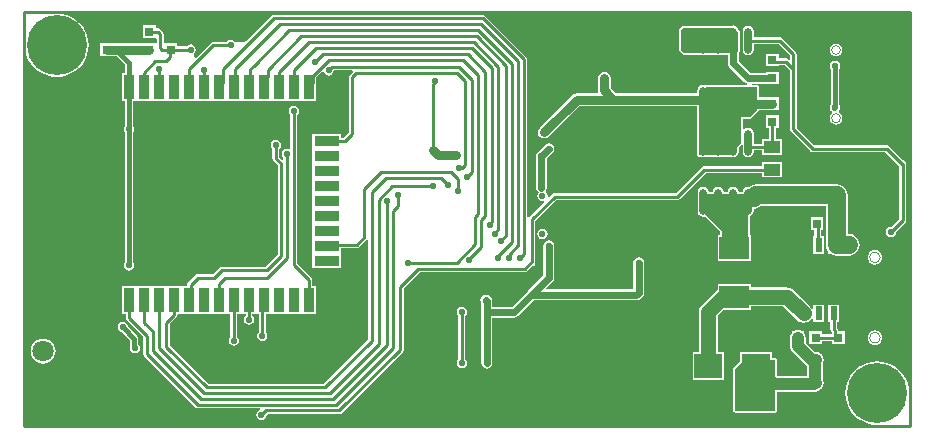
<source format=gbl>
G04*
G04 #@! TF.GenerationSoftware,Altium Limited,Altium Designer,20.0.13 (296)*
G04*
G04 Layer_Physical_Order=2*
G04 Layer_Color=16711680*
%FSLAX24Y24*%
%MOIN*%
G70*
G01*
G75*
%ADD11C,0.0100*%
%ADD15C,0.0002*%
%ADD16R,0.0315X0.0299*%
%ADD18R,0.0299X0.0315*%
%ADD26O,0.0236X0.0866*%
%ADD28R,0.0551X0.0394*%
%ADD52C,0.0300*%
%ADD53C,0.0600*%
%ADD55C,0.0315*%
%ADD56C,0.0236*%
%ADD58C,0.0157*%
%ADD60C,0.0150*%
%ADD63C,0.0709*%
%ADD64O,0.0787X0.0433*%
%ADD65O,0.0709X0.0433*%
%ADD66C,0.2000*%
%ADD67C,0.0230*%
%ADD68C,0.0220*%
%ADD69R,0.0354X0.0354*%
%ADD70R,0.0374X0.0827*%
%ADD71R,0.0827X0.0374*%
%ADD72R,0.0984X0.0748*%
%ADD73R,0.1299X0.0945*%
%ADD74R,0.0236X0.0472*%
%ADD75R,0.0945X0.0787*%
%ADD76C,0.0500*%
%ADD77C,0.0400*%
G36*
X47350Y31170D02*
X47300Y31166D01*
X47261Y31329D01*
X47197Y31483D01*
X47110Y31625D01*
X47002Y31752D01*
X46875Y31860D01*
X46733Y31947D01*
X46579Y32011D01*
X46416Y32050D01*
X46250Y32063D01*
X46084Y32050D01*
X45921Y32011D01*
X45767Y31947D01*
X45625Y31860D01*
X45498Y31752D01*
X45390Y31625D01*
X45303Y31483D01*
X45239Y31329D01*
X45200Y31166D01*
X45187Y31000D01*
X45200Y30834D01*
X45239Y30671D01*
X45303Y30517D01*
X45390Y30375D01*
X45498Y30248D01*
X45625Y30140D01*
X45767Y30053D01*
X45921Y29989D01*
X46084Y29950D01*
X46080Y29900D01*
X17800D01*
Y42430D01*
X17850Y42434D01*
X17889Y42271D01*
X17953Y42117D01*
X18040Y41975D01*
X18148Y41848D01*
X18275Y41740D01*
X18417Y41653D01*
X18571Y41589D01*
X18734Y41550D01*
X18900Y41537D01*
X19066Y41550D01*
X19229Y41589D01*
X19383Y41653D01*
X19525Y41740D01*
X19652Y41848D01*
X19760Y41975D01*
X19847Y42117D01*
X19911Y42271D01*
X19950Y42434D01*
X19963Y42600D01*
X19950Y42766D01*
X19911Y42929D01*
X19847Y43083D01*
X19760Y43225D01*
X19652Y43352D01*
X19525Y43460D01*
X19383Y43547D01*
X19229Y43611D01*
X19066Y43650D01*
X19070Y43700D01*
X47350D01*
Y31170D01*
D02*
G37*
%LPC*%
G36*
X33100Y43610D02*
X33100Y43610D01*
X26127D01*
X26127Y43610D01*
X26084Y43601D01*
X26047Y43577D01*
X26047Y43577D01*
X25193Y42723D01*
X25150Y42704D01*
Y42704D01*
X25150Y42704D01*
X24835D01*
X24823Y42723D01*
X24766Y42761D01*
X24700Y42774D01*
X24634Y42761D01*
X24577Y42723D01*
X24570Y42713D01*
X24106D01*
X24064Y42704D01*
X24027Y42680D01*
X24027Y42680D01*
X23532Y42185D01*
X23486Y42204D01*
Y42328D01*
X23524Y42384D01*
X23537Y42451D01*
X23524Y42517D01*
X23486Y42573D01*
X23430Y42611D01*
X23363Y42624D01*
X23297Y42611D01*
X23241Y42573D01*
X23234Y42563D01*
X22917D01*
Y42660D01*
X22483D01*
X22462Y42702D01*
Y42962D01*
X22454Y43005D01*
X22429Y43041D01*
X22429Y43041D01*
X22342Y43129D01*
X22306Y43153D01*
X22263Y43161D01*
X22263Y43161D01*
X22205D01*
Y43259D01*
X21770D01*
Y42840D01*
X22205D01*
X22238Y42803D01*
Y42697D01*
X22205Y42660D01*
X22048D01*
X21987Y42673D01*
X21987Y42673D01*
X21274D01*
X21274Y42673D01*
X21274Y42673D01*
X20561D01*
X20561Y42673D01*
X20500Y42660D01*
X20344D01*
Y42472D01*
X20340Y42451D01*
X20344Y42429D01*
Y42241D01*
X20500D01*
X20561Y42229D01*
X20561Y42229D01*
X20900D01*
X21168Y41961D01*
Y41667D01*
X21059D01*
Y40720D01*
X21168D01*
Y39909D01*
X21140Y39866D01*
X21127Y39800D01*
X21140Y39734D01*
X21168Y39691D01*
Y35356D01*
X21146Y35322D01*
X21132Y35256D01*
X21146Y35189D01*
X21183Y35133D01*
X21239Y35096D01*
X21306Y35082D01*
X21372Y35096D01*
X21428Y35133D01*
X21466Y35189D01*
X21479Y35256D01*
X21466Y35322D01*
X21443Y35356D01*
Y39709D01*
X21460Y39734D01*
X21473Y39800D01*
X21460Y39866D01*
X21443Y39891D01*
Y40720D01*
X21553D01*
Y40720D01*
X21559D01*
Y40720D01*
X22053D01*
Y40720D01*
X22059D01*
Y40720D01*
X22553D01*
Y40720D01*
X22559D01*
Y40720D01*
X23053D01*
Y40720D01*
X23059D01*
Y40720D01*
X23553D01*
Y40720D01*
X23559D01*
Y40720D01*
X24053D01*
Y40720D01*
X24059D01*
Y40720D01*
X24509D01*
X24553Y40720D01*
Y40720D01*
X24559D01*
Y40720D01*
X25053D01*
Y40720D01*
X25059D01*
Y40720D01*
X25553D01*
Y40720D01*
X25559D01*
Y40720D01*
X26053D01*
Y40720D01*
X26059D01*
Y40720D01*
X26553D01*
Y40720D01*
X26559D01*
Y40720D01*
X27053D01*
Y40720D01*
X27059D01*
Y40720D01*
X27553D01*
Y41320D01*
X27555Y41330D01*
Y41530D01*
X27744Y41719D01*
X27798Y41703D01*
X27802Y41687D01*
X27839Y41631D01*
X27895Y41594D01*
X27962Y41580D01*
X28028Y41594D01*
X28084Y41631D01*
X28122Y41687D01*
X28135Y41754D01*
X28140Y41760D01*
X28754D01*
X28775Y41710D01*
X28671Y41606D01*
X28646Y41570D01*
X28638Y41527D01*
X28638Y41527D01*
Y39696D01*
X28453Y39512D01*
X28368D01*
Y39647D01*
X27421D01*
Y39197D01*
X27421Y39153D01*
X27421Y39103D01*
Y38697D01*
X27421Y38653D01*
X27421Y38603D01*
Y38197D01*
X27421Y38153D01*
X27421Y38103D01*
Y37697D01*
X27421Y37653D01*
X27421Y37603D01*
Y37197D01*
X27421Y37153D01*
X27421Y37103D01*
Y36697D01*
X27421Y36653D01*
X27421Y36603D01*
Y36197D01*
X27421Y36153D01*
X27421Y36103D01*
Y35697D01*
X27421Y35653D01*
X27421Y35603D01*
Y35153D01*
X28368D01*
Y35603D01*
X28368Y35647D01*
X28368Y35697D01*
Y35833D01*
X28900D01*
X28900Y35833D01*
X28943Y35842D01*
X28979Y35866D01*
X29232Y36118D01*
X29232Y36118D01*
X29235Y36123D01*
X29285Y36108D01*
Y32793D01*
X27804Y31312D01*
X23946D01*
X22662Y32596D01*
Y33304D01*
X22881Y33523D01*
X22881Y33523D01*
X22905Y33559D01*
X22914Y33602D01*
X22945Y33633D01*
X23053Y33633D01*
X23103Y33633D01*
X23509D01*
X23553Y33633D01*
X23603Y33633D01*
X24009D01*
X24053Y33633D01*
X24103Y33633D01*
X24553D01*
Y33633D01*
X24559D01*
Y33633D01*
X24688D01*
Y32879D01*
X24677Y32872D01*
X24640Y32816D01*
X24627Y32749D01*
X24640Y32683D01*
X24677Y32627D01*
X24734Y32589D01*
X24800Y32576D01*
X24866Y32589D01*
X24923Y32627D01*
X24960Y32683D01*
X24973Y32749D01*
X24960Y32816D01*
X24923Y32872D01*
X24912Y32879D01*
Y33633D01*
X25053D01*
Y33633D01*
X25059D01*
Y33633D01*
X25194D01*
Y33580D01*
X25183Y33573D01*
X25146Y33516D01*
X25132Y33450D01*
X25146Y33384D01*
X25183Y33327D01*
X25239Y33290D01*
X25306Y33277D01*
X25372Y33290D01*
X25428Y33327D01*
X25466Y33384D01*
X25479Y33450D01*
X25466Y33516D01*
X25428Y33573D01*
X25418Y33580D01*
Y33633D01*
X25553D01*
Y33633D01*
X25559D01*
Y33633D01*
X25638D01*
Y33042D01*
X25627Y33035D01*
X25590Y32979D01*
X25577Y32912D01*
X25590Y32846D01*
X25627Y32790D01*
X25684Y32752D01*
X25750Y32739D01*
X25816Y32752D01*
X25873Y32790D01*
X25910Y32846D01*
X25923Y32912D01*
X25910Y32979D01*
X25873Y33035D01*
X25862Y33042D01*
Y33633D01*
X26053D01*
Y33633D01*
X26059D01*
Y33633D01*
X26553D01*
Y33633D01*
X26559D01*
Y33633D01*
X27053D01*
Y33633D01*
X27059D01*
Y33633D01*
X27553D01*
Y34580D01*
X27418D01*
Y34779D01*
X27418Y34779D01*
X27409Y34822D01*
X27385Y34858D01*
X27385Y34858D01*
X26912Y35331D01*
Y40270D01*
X26923Y40277D01*
X26960Y40334D01*
X26973Y40400D01*
X26960Y40466D01*
X26923Y40523D01*
X26866Y40560D01*
X26800Y40573D01*
X26734Y40560D01*
X26677Y40523D01*
X26640Y40466D01*
X26627Y40400D01*
X26640Y40334D01*
X26677Y40277D01*
X26688Y40270D01*
Y39149D01*
X26644Y39125D01*
X26634Y39132D01*
X26567Y39145D01*
X26501Y39132D01*
X26445Y39094D01*
X26407Y39038D01*
X26394Y38972D01*
X26407Y38905D01*
X26445Y38849D01*
X26453Y38844D01*
X26451Y38796D01*
X26405Y38777D01*
X26312Y38870D01*
Y39138D01*
X26323Y39145D01*
X26360Y39201D01*
X26373Y39268D01*
X26360Y39334D01*
X26323Y39390D01*
X26266Y39428D01*
X26200Y39441D01*
X26134Y39428D01*
X26077Y39390D01*
X26040Y39334D01*
X26027Y39268D01*
X26040Y39201D01*
X26077Y39145D01*
X26088Y39138D01*
Y38824D01*
X26088Y38824D01*
X26096Y38781D01*
X26121Y38744D01*
X26261Y38604D01*
Y35620D01*
X25854Y35212D01*
X24400D01*
X24357Y35204D01*
X24321Y35179D01*
X24321Y35179D01*
X24104Y34962D01*
X23600D01*
X23600Y34962D01*
X23557Y34954D01*
X23521Y34929D01*
X23521Y34929D01*
X23282Y34691D01*
X23258Y34654D01*
X23249Y34611D01*
X23215Y34580D01*
X23059Y34580D01*
X23009Y34580D01*
X22559D01*
Y34580D01*
X22553D01*
Y34580D01*
X22059D01*
Y34580D01*
X22053D01*
Y34580D01*
X21559D01*
Y34580D01*
X21553D01*
Y34580D01*
X21059D01*
Y33633D01*
X21194D01*
Y33500D01*
X21194Y33500D01*
X21202Y33458D01*
X21226Y33421D01*
X21788Y32860D01*
Y32300D01*
X21788Y32300D01*
X21796Y32257D01*
X21821Y32221D01*
X23521Y30521D01*
X23557Y30496D01*
X23600Y30488D01*
X23600Y30488D01*
X25667D01*
X25672Y30438D01*
X25659Y30435D01*
X25602Y30398D01*
X25565Y30341D01*
X25552Y30275D01*
X25565Y30209D01*
X25602Y30152D01*
X25659Y30115D01*
X25725Y30102D01*
X25791Y30115D01*
X25848Y30152D01*
X25885Y30209D01*
X25898Y30275D01*
X25937Y30309D01*
X28321D01*
X28321Y30309D01*
X28364Y30317D01*
X28400Y30341D01*
X30429Y32371D01*
X30454Y32407D01*
X30462Y32450D01*
X30462Y32450D01*
Y34504D01*
X30996Y35038D01*
X34500D01*
X34500Y35038D01*
X34543Y35046D01*
X34579Y35071D01*
X34759Y35250D01*
X34850D01*
Y36350D01*
X34850Y36350D01*
Y36741D01*
X35546Y37438D01*
X39582D01*
X39582Y37438D01*
X39625Y37446D01*
X39661Y37471D01*
X40531Y38340D01*
X42414D01*
Y38195D01*
X43086D01*
Y38709D01*
X42414D01*
Y38564D01*
X40484D01*
X40441Y38556D01*
X40405Y38531D01*
X40405Y38531D01*
X39536Y37662D01*
X35500D01*
X35457Y37654D01*
X35421Y37629D01*
X35421Y37629D01*
X35299Y37508D01*
X35253Y37533D01*
X35262Y37577D01*
X35249Y37643D01*
X35211Y37700D01*
X35209Y37761D01*
X35222Y37780D01*
X35236Y37850D01*
Y38829D01*
X35428Y39022D01*
X35468Y39081D01*
X35482Y39150D01*
X35468Y39220D01*
X35428Y39278D01*
X35370Y39318D01*
X35300Y39332D01*
X35231Y39318D01*
X35172Y39278D01*
X34926Y39033D01*
X34887Y38974D01*
X34873Y38904D01*
Y37850D01*
X34887Y37780D01*
X34926Y37722D01*
X34964Y37696D01*
X34929Y37643D01*
X34915Y37577D01*
X34929Y37511D01*
X34966Y37455D01*
X35022Y37417D01*
X35089Y37404D01*
X35133Y37413D01*
X35158Y37367D01*
X34695Y36904D01*
X34695Y36904D01*
X34658Y36879D01*
X34636Y36846D01*
X34632Y36845D01*
X34586Y36868D01*
Y42124D01*
X34586Y42124D01*
X34577Y42167D01*
X34553Y42203D01*
X33179Y43577D01*
X33143Y43601D01*
X33100Y43610D01*
D02*
G37*
G36*
X41450Y43265D02*
X41404Y43246D01*
X41398Y43240D01*
X40983D01*
X40950Y43247D01*
X40917Y43240D01*
X40483D01*
X40450Y43247D01*
X40417Y43240D01*
X39775D01*
X39729Y43221D01*
X39654Y43146D01*
X39635Y43100D01*
X39635Y42442D01*
X39636Y42439D01*
X39635Y42436D01*
X39646Y42416D01*
X39654Y42396D01*
X39657Y42395D01*
X39658Y42392D01*
X39768Y42300D01*
X39790Y42294D01*
X39810Y42285D01*
X40050Y42285D01*
X40354D01*
X40381Y42267D01*
X40450Y42253D01*
X40519Y42267D01*
X40546Y42285D01*
X40854D01*
X40880Y42267D01*
X40950Y42253D01*
X41019Y42267D01*
X41046Y42285D01*
X41268D01*
Y42001D01*
X41282Y41931D01*
X41322Y41872D01*
X41822Y41372D01*
X41881Y41332D01*
X41892Y41330D01*
X41900Y41277D01*
X41877Y41265D01*
X41516D01*
X41450Y41278D01*
X41384Y41265D01*
X41016D01*
X40950Y41278D01*
X40884Y41265D01*
X40550D01*
X40531Y41257D01*
X40519Y41264D01*
X40450Y41278D01*
X40381Y41264D01*
X40322Y41225D01*
X40282Y41166D01*
X40272Y41114D01*
X40254Y41096D01*
X40235Y41050D01*
Y40996D01*
X37545D01*
X37364Y41177D01*
Y41500D01*
X37348Y41582D01*
X37301Y41651D01*
X37232Y41698D01*
X37150Y41714D01*
X37068Y41698D01*
X36999Y41651D01*
X36952Y41582D01*
X36936Y41500D01*
Y41088D01*
X36944Y41046D01*
X36904Y40996D01*
X36232D01*
X36150Y40979D01*
X36080Y40933D01*
X34999Y39851D01*
X34952Y39782D01*
X34936Y39700D01*
X34952Y39618D01*
X34999Y39549D01*
X35068Y39502D01*
X35150Y39486D01*
X35232Y39502D01*
X35301Y39549D01*
X36320Y40567D01*
X40235D01*
Y38950D01*
X40254Y38904D01*
X40300Y38885D01*
X40354D01*
X40381Y38867D01*
X40450Y38853D01*
X40519Y38867D01*
X40546Y38885D01*
X40854Y38885D01*
X40880Y38867D01*
X40950Y38853D01*
X41019Y38867D01*
X41046Y38885D01*
X41300D01*
X41333Y38899D01*
X41381Y38867D01*
X41450Y38853D01*
X41519Y38867D01*
X41578Y38907D01*
X41618Y38966D01*
X41632Y39035D01*
Y39190D01*
X41718Y39277D01*
X41768Y39256D01*
Y39035D01*
X41782Y38966D01*
X41822Y38907D01*
X41881Y38867D01*
X41950Y38853D01*
X42019Y38867D01*
X42078Y38907D01*
X42118Y38966D01*
X42132Y39035D01*
Y39088D01*
X42414D01*
Y38943D01*
X43086D01*
Y39457D01*
X42862D01*
Y39840D01*
X42967D01*
Y40260D01*
X42533D01*
Y39840D01*
X42638D01*
Y39457D01*
X42414D01*
Y39312D01*
X42132D01*
Y39665D01*
X42118Y39734D01*
X42078Y39793D01*
X42019Y39833D01*
X41950Y39847D01*
X41881Y39833D01*
X41822Y39793D01*
X41815Y39783D01*
X41765Y39799D01*
Y40135D01*
X42000Y40135D01*
X42046Y40154D01*
X42296Y40404D01*
X42308Y40434D01*
X42750D01*
X42773Y40439D01*
X42967D01*
Y40858D01*
X42773D01*
X42750Y40863D01*
X42315D01*
Y41200D01*
X42296Y41246D01*
X42250Y41265D01*
X42048D01*
X42045Y41268D01*
X42065Y41318D01*
X42533D01*
Y41290D01*
X42967D01*
Y41710D01*
X42533D01*
Y41682D01*
X42026D01*
X41632Y42076D01*
Y42340D01*
X41646Y42354D01*
X41665Y42400D01*
Y43050D01*
X41646Y43096D01*
X41620Y43121D01*
X41618Y43134D01*
X41578Y43193D01*
X41519Y43233D01*
X41507Y43235D01*
X41496Y43246D01*
X41450Y43265D01*
D02*
G37*
G36*
X44906Y42650D02*
X44847D01*
X44835Y42645D01*
X44822D01*
X44768Y42623D01*
X44759Y42614D01*
X44747Y42609D01*
X44705Y42567D01*
X44700Y42555D01*
X44691Y42546D01*
X44669Y42492D01*
Y42479D01*
X44664Y42467D01*
Y42408D01*
X44669Y42396D01*
Y42384D01*
X44691Y42329D01*
X44700Y42320D01*
X44705Y42308D01*
X44747Y42267D01*
X44759Y42262D01*
X44768Y42253D01*
X44822Y42230D01*
X44835D01*
X44847Y42225D01*
X44906D01*
X44918Y42230D01*
X44931D01*
X44985Y42253D01*
X44994Y42262D01*
X45006Y42267D01*
X45047Y42308D01*
X45052Y42320D01*
X45062Y42329D01*
X45084Y42384D01*
Y42396D01*
X45089Y42408D01*
Y42467D01*
X45084Y42479D01*
Y42492D01*
X45062Y42546D01*
X45052Y42555D01*
X45047Y42567D01*
X45006Y42609D01*
X44994Y42614D01*
X44985Y42623D01*
X44931Y42645D01*
X44918D01*
X44906Y42650D01*
D02*
G37*
G36*
X41950Y43247D02*
X41881Y43233D01*
X41822Y43193D01*
X41782Y43134D01*
X41768Y43065D01*
Y42435D01*
X41782Y42366D01*
X41822Y42307D01*
X41881Y42267D01*
X41950Y42253D01*
X42019Y42267D01*
X42078Y42307D01*
X42118Y42366D01*
X42132Y42435D01*
Y42638D01*
X42954D01*
X43338Y42254D01*
Y42135D01*
X43292Y42116D01*
X43279Y42129D01*
X43243Y42153D01*
X43200Y42161D01*
X43200Y42161D01*
X42967D01*
Y42308D01*
X42533D01*
Y41889D01*
X42967D01*
Y41937D01*
X43154D01*
X43338Y41753D01*
Y39800D01*
X43338Y39800D01*
X43346Y39757D01*
X43371Y39721D01*
X44021Y39071D01*
X44021Y39071D01*
X44057Y39046D01*
X44100Y39038D01*
X44100Y39038D01*
X46525D01*
X46982Y38581D01*
Y36804D01*
X46715Y36537D01*
X46703Y36540D01*
X46637Y36526D01*
X46580Y36489D01*
X46543Y36433D01*
X46530Y36366D01*
X46543Y36300D01*
X46580Y36244D01*
X46637Y36206D01*
X46703Y36193D01*
X46769Y36206D01*
X46826Y36244D01*
X46863Y36300D01*
X46876Y36366D01*
X46874Y36379D01*
X47174Y36679D01*
X47198Y36715D01*
X47207Y36758D01*
X47207Y36758D01*
Y38650D01*
X47198Y38693D01*
X47174Y38729D01*
X47137Y38754D01*
X47124Y38756D01*
X46651Y39229D01*
X46614Y39254D01*
X46572Y39262D01*
X46572Y39262D01*
X44146D01*
X43562Y39846D01*
Y41799D01*
Y42300D01*
X43562Y42300D01*
X43554Y42343D01*
X43529Y42379D01*
X43529Y42379D01*
X43079Y42829D01*
X43043Y42854D01*
X43000Y42862D01*
X43000Y42862D01*
X42132D01*
Y43065D01*
X42118Y43134D01*
X42078Y43193D01*
X42019Y43233D01*
X41950Y43247D01*
D02*
G37*
G36*
X44847Y42073D02*
X44781Y42060D01*
X44724Y42023D01*
X44687Y41966D01*
X44674Y41900D01*
X44687Y41834D01*
X44706Y41806D01*
Y40630D01*
X44687Y40602D01*
X44674Y40536D01*
X44680Y40506D01*
X44678Y40500D01*
X44689Y40446D01*
X44720Y40400D01*
X44741Y40386D01*
X44744Y40378D01*
X44744Y40368D01*
X44741Y40327D01*
X44705Y40292D01*
X44700Y40280D01*
X44691Y40271D01*
X44669Y40216D01*
Y40203D01*
X44664Y40192D01*
Y40133D01*
X44669Y40121D01*
Y40108D01*
X44691Y40054D01*
X44700Y40045D01*
X44705Y40033D01*
X44747Y39991D01*
X44759Y39986D01*
X44768Y39977D01*
X44822Y39955D01*
X44835D01*
X44847Y39950D01*
X44906D01*
X44918Y39955D01*
X44931D01*
X44985Y39977D01*
X44994Y39986D01*
X45006Y39991D01*
X45047Y40033D01*
X45052Y40045D01*
X45062Y40054D01*
X45084Y40108D01*
Y40121D01*
X45089Y40133D01*
Y40192D01*
X45084Y40203D01*
Y40216D01*
X45062Y40271D01*
X45052Y40280D01*
X45047Y40292D01*
X45006Y40333D01*
X44994Y40338D01*
X44985Y40347D01*
X44970Y40354D01*
X44964Y40410D01*
X44970Y40414D01*
X45007Y40470D01*
X45020Y40536D01*
X45007Y40602D01*
X44988Y40630D01*
Y41806D01*
X45007Y41834D01*
X45020Y41900D01*
X45007Y41966D01*
X44970Y42023D01*
X44913Y42060D01*
X44847Y42073D01*
D02*
G37*
G36*
X42217Y37963D02*
X42123Y37951D01*
X42036Y37914D01*
X41980Y37872D01*
X41950Y37878D01*
X41881Y37864D01*
X41822Y37825D01*
X41782Y37766D01*
X41772Y37717D01*
X41628D01*
X41618Y37766D01*
X41578Y37825D01*
X41519Y37864D01*
X41450Y37878D01*
X41381Y37864D01*
X41322Y37825D01*
X41282Y37766D01*
X41272Y37717D01*
X41128D01*
X41118Y37766D01*
X41078Y37825D01*
X41019Y37864D01*
X40950Y37878D01*
X40880Y37864D01*
X40822Y37825D01*
X40782Y37766D01*
X40772Y37717D01*
X40628D01*
X40618Y37766D01*
X40578Y37825D01*
X40519Y37864D01*
X40450Y37878D01*
X40381Y37864D01*
X40322Y37825D01*
X40282Y37766D01*
X40268Y37696D01*
Y37067D01*
X40269Y37063D01*
Y37000D01*
X40288Y36954D01*
X40320Y36941D01*
X40322Y36938D01*
X40381Y36899D01*
X40450Y36885D01*
X40498Y36894D01*
X41019Y36373D01*
Y36257D01*
X40928D01*
Y35389D01*
X42033D01*
Y36257D01*
X42014D01*
Y36898D01*
X42019Y36899D01*
X42078Y36938D01*
X42118Y36997D01*
X42132Y37067D01*
Y37151D01*
X42132Y37151D01*
X42226Y37164D01*
X42313Y37200D01*
X42361Y37237D01*
X44537D01*
Y37099D01*
X44537Y37099D01*
Y35945D01*
X44549Y35851D01*
X44586Y35763D01*
X44622Y35716D01*
Y35649D01*
X44695D01*
X44718Y35631D01*
X44806Y35594D01*
X44900Y35582D01*
X45300D01*
X45394Y35594D01*
X45482Y35631D01*
X45557Y35688D01*
X45614Y35763D01*
X45651Y35851D01*
X45663Y35945D01*
X45651Y36039D01*
X45614Y36127D01*
X45557Y36202D01*
X45482Y36259D01*
X45394Y36296D01*
X45300Y36308D01*
X45263D01*
Y37099D01*
X45263Y37099D01*
X45263Y37099D01*
Y37600D01*
X45251Y37694D01*
X45214Y37782D01*
X45157Y37857D01*
X45082Y37914D01*
X44994Y37951D01*
X44900Y37963D01*
X42217D01*
X42217Y37963D01*
D02*
G37*
G36*
X35088Y36473D02*
X35022Y36460D01*
X34965Y36423D01*
X34928Y36366D01*
X34915Y36300D01*
X34928Y36234D01*
X34965Y36177D01*
X35022Y36140D01*
X35088Y36127D01*
X35154Y36140D01*
X35211Y36177D01*
X35248Y36234D01*
X35261Y36300D01*
X35248Y36366D01*
X35211Y36423D01*
X35154Y36460D01*
X35088Y36473D01*
D02*
G37*
G36*
X44448Y36867D02*
X44029D01*
Y36433D01*
X44157D01*
Y36241D01*
X44122D01*
Y35649D01*
X44478D01*
Y36241D01*
X44381D01*
Y36433D01*
X44448D01*
Y36867D01*
D02*
G37*
G36*
X46206Y35765D02*
X46170Y35765D01*
X46135Y35765D01*
X46123Y35760D01*
X46110Y35760D01*
X46045Y35733D01*
X46036Y35724D01*
X46024Y35719D01*
X45974Y35669D01*
X45969Y35657D01*
X45960Y35648D01*
X45933Y35583D01*
X45933Y35570D01*
X45928Y35558D01*
X45928Y35488D01*
X45933Y35476D01*
X45933Y35463D01*
X45960Y35398D01*
X45969Y35388D01*
X45974Y35376D01*
X46024Y35327D01*
X46036Y35322D01*
X46045Y35313D01*
X46110Y35286D01*
X46123Y35286D01*
X46135Y35281D01*
X46171Y35281D01*
X46206Y35281D01*
X46218Y35286D01*
X46231Y35286D01*
X46296Y35313D01*
X46305Y35322D01*
X46317Y35327D01*
X46367Y35377D01*
X46372Y35388D01*
X46381Y35398D01*
X46408Y35463D01*
X46408Y35476D01*
X46413Y35488D01*
X46413Y35558D01*
X46408Y35570D01*
X46408Y35583D01*
X46381Y35648D01*
X46372Y35657D01*
X46367Y35669D01*
X46317Y35719D01*
X46305Y35724D01*
X46296Y35733D01*
X46231Y35760D01*
X46218Y35760D01*
X46206Y35765D01*
D02*
G37*
G36*
X35300Y36091D02*
X35231Y36077D01*
X35172Y36038D01*
X35133Y35979D01*
X35119Y35909D01*
Y34926D01*
X34597Y34403D01*
X34075Y33882D01*
X33412D01*
Y34069D01*
X33399Y34139D01*
X33359Y34198D01*
X33328Y34228D01*
X33270Y34268D01*
X33200Y34282D01*
X33131Y34268D01*
X33072Y34228D01*
X33032Y34169D01*
X33018Y34100D01*
X33032Y34030D01*
X33049Y34005D01*
Y33700D01*
Y32000D01*
X33063Y31930D01*
X33102Y31872D01*
X33161Y31832D01*
X33231Y31818D01*
X33300Y31832D01*
X33359Y31872D01*
X33399Y31930D01*
X33412Y32000D01*
Y33518D01*
X34150D01*
X34220Y33532D01*
X34278Y33572D01*
X34800Y34093D01*
X38225D01*
X38294Y34107D01*
X38353Y34147D01*
X38428Y34222D01*
X38468Y34281D01*
X38482Y34350D01*
Y35350D01*
X38468Y35419D01*
X38428Y35478D01*
X38370Y35518D01*
X38300Y35532D01*
X38231Y35518D01*
X38172Y35478D01*
X38132Y35419D01*
X38118Y35350D01*
Y34457D01*
X35229D01*
X35210Y34503D01*
X35429Y34722D01*
X35468Y34781D01*
X35482Y34850D01*
Y35909D01*
X35468Y35979D01*
X35429Y36038D01*
X35370Y36077D01*
X35300Y36091D01*
D02*
G37*
G36*
X42033Y34643D02*
X40928D01*
Y34456D01*
X40895Y34430D01*
X40895Y34430D01*
X40404Y33939D01*
X40354Y33874D01*
X40323Y33799D01*
X40313Y33718D01*
X40313Y33718D01*
Y32354D01*
X40093D01*
Y31446D01*
X41158D01*
Y32354D01*
X40938D01*
Y33589D01*
X41124Y33775D01*
X42033D01*
Y33896D01*
X43117D01*
X43579Y33434D01*
X43622Y33401D01*
Y33359D01*
X43705D01*
X43719Y33353D01*
X43800Y33342D01*
X43881Y33353D01*
X43895Y33359D01*
X43978D01*
Y33401D01*
X44021Y33434D01*
X44071Y33499D01*
X44072Y33501D01*
X44122Y33491D01*
Y33359D01*
X44478D01*
Y33951D01*
X44122D01*
Y33819D01*
X44072Y33809D01*
X44071Y33811D01*
X44021Y33876D01*
X43978Y33919D01*
Y33951D01*
X43946D01*
X43467Y34430D01*
X43402Y34480D01*
X43327Y34511D01*
X43287Y34516D01*
X43246Y34522D01*
X43246Y34522D01*
X42033D01*
Y34643D01*
D02*
G37*
G36*
X44978Y33951D02*
X44622D01*
Y33359D01*
X44688D01*
Y33125D01*
X44688Y33125D01*
X44696Y33082D01*
X44721Y33046D01*
X44742Y33025D01*
Y32962D01*
X44410D01*
Y33067D01*
X43990D01*
Y32633D01*
X44410D01*
Y32738D01*
X44742D01*
Y32633D01*
X45161D01*
Y33067D01*
X45014D01*
X44966Y33071D01*
X44957Y33114D01*
X44933Y33151D01*
X44933Y33151D01*
X44912Y33171D01*
Y33359D01*
X44978D01*
Y33951D01*
D02*
G37*
G36*
X46206Y33088D02*
X46170Y33088D01*
X46135Y33088D01*
X46123Y33083D01*
X46110Y33083D01*
X46045Y33056D01*
X46036Y33047D01*
X46024Y33042D01*
X45974Y32992D01*
X45969Y32980D01*
X45960Y32971D01*
X45933Y32906D01*
X45933Y32893D01*
X45928Y32881D01*
X45928Y32810D01*
X45933Y32798D01*
X45933Y32785D01*
X45960Y32720D01*
X45969Y32711D01*
X45974Y32699D01*
X46024Y32649D01*
X46036Y32644D01*
X46045Y32635D01*
X46110Y32608D01*
X46123Y32608D01*
X46135Y32603D01*
X46171Y32603D01*
X46206Y32603D01*
X46218Y32608D01*
X46231Y32608D01*
X46296Y32635D01*
X46305Y32645D01*
X46317Y32649D01*
X46367Y32699D01*
X46372Y32711D01*
X46381Y32720D01*
X46408Y32786D01*
X46408Y32798D01*
X46413Y32810D01*
X46413Y32881D01*
X46408Y32893D01*
X46408Y32906D01*
X46381Y32971D01*
X46372Y32980D01*
X46367Y32992D01*
X46317Y33042D01*
X46305Y33047D01*
X46296Y33056D01*
X46231Y33083D01*
X46218Y33083D01*
X46206Y33088D01*
D02*
G37*
G36*
X21100Y33373D02*
X21034Y33360D01*
X20977Y33323D01*
X20940Y33266D01*
X20927Y33200D01*
X20940Y33134D01*
X20977Y33077D01*
X21034Y33040D01*
X21073Y33032D01*
X21349Y32756D01*
Y32574D01*
X21340Y32561D01*
X21327Y32494D01*
X21340Y32428D01*
X21377Y32372D01*
X21434Y32334D01*
X21500Y32321D01*
X21566Y32334D01*
X21623Y32372D01*
X21660Y32428D01*
X21673Y32494D01*
X21660Y32561D01*
X21624Y32614D01*
Y32813D01*
X21624Y32813D01*
X21614Y32866D01*
X21584Y32911D01*
X21268Y33227D01*
X21260Y33266D01*
X21223Y33323D01*
X21166Y33360D01*
X21100Y33373D01*
D02*
G37*
G36*
X18448Y32818D02*
X18340Y32804D01*
X18239Y32762D01*
X18153Y32696D01*
X18086Y32609D01*
X18044Y32508D01*
X18030Y32400D01*
X18044Y32292D01*
X18086Y32191D01*
X18153Y32104D01*
X18239Y32038D01*
X18340Y31996D01*
X18448Y31982D01*
X18556Y31996D01*
X18657Y32038D01*
X18744Y32104D01*
X18810Y32191D01*
X18852Y32292D01*
X18866Y32400D01*
X18852Y32508D01*
X18810Y32609D01*
X18744Y32696D01*
X18657Y32762D01*
X18556Y32804D01*
X18448Y32818D01*
D02*
G37*
G36*
X32400Y33873D02*
X32334Y33860D01*
X32277Y33823D01*
X32240Y33766D01*
X32227Y33700D01*
X32240Y33634D01*
X32277Y33577D01*
X32288Y33570D01*
Y32130D01*
X32277Y32123D01*
X32240Y32066D01*
X32227Y32000D01*
X32240Y31934D01*
X32277Y31877D01*
X32334Y31840D01*
X32400Y31827D01*
X32466Y31840D01*
X32523Y31877D01*
X32560Y31934D01*
X32573Y32000D01*
X32560Y32066D01*
X32523Y32123D01*
X32512Y32130D01*
Y33570D01*
X32523Y33577D01*
X32560Y33634D01*
X32573Y33700D01*
X32560Y33766D01*
X32523Y33823D01*
X32466Y33860D01*
X32400Y33873D01*
D02*
G37*
G36*
X43602Y33112D02*
X43534Y33103D01*
X43470Y33077D01*
X43458Y33067D01*
X43392D01*
Y33004D01*
X43374Y32981D01*
X43348Y32918D01*
X43339Y32850D01*
Y32574D01*
X43339Y32574D01*
X43348Y32507D01*
X43374Y32443D01*
X43416Y32389D01*
X43891Y31915D01*
X43891Y31915D01*
X43920Y31892D01*
Y31562D01*
X42915D01*
X42915Y32100D01*
X42896Y32146D01*
X42850Y32165D01*
X42732D01*
Y32354D01*
X41668D01*
Y32059D01*
X41454Y31846D01*
X41435Y31800D01*
X41435Y30435D01*
X41454Y30389D01*
X41489Y30354D01*
X41535Y30335D01*
X42850Y30335D01*
X42896Y30354D01*
X42915Y30400D01*
X42915Y31038D01*
X44151D01*
X44151Y31038D01*
X44219Y31047D01*
X44282Y31073D01*
X44336Y31115D01*
X44354Y31133D01*
X44410D01*
Y31196D01*
X44428Y31219D01*
X44454Y31282D01*
X44463Y31350D01*
X44454Y31418D01*
X44445Y31440D01*
Y32008D01*
X44455Y32032D01*
X44464Y32100D01*
X44455Y32168D01*
X44429Y32231D01*
X44411Y32254D01*
Y32317D01*
X44345D01*
X44333Y32327D01*
X44269Y32353D01*
X44202Y32362D01*
X44202Y32362D01*
X44185D01*
X43864Y32683D01*
Y32850D01*
X43855Y32918D01*
X43829Y32981D01*
X43811Y33004D01*
Y33067D01*
X43745D01*
X43733Y33077D01*
X43669Y33103D01*
X43602Y33112D01*
D02*
G37*
%LPD*%
G36*
X41600Y43050D02*
Y42400D01*
X41550Y42350D01*
X40050D01*
X39810Y42350D01*
X39700Y42442D01*
X39700Y43100D01*
X39775Y43175D01*
X41425D01*
X41450Y43200D01*
X41600Y43050D01*
D02*
G37*
G36*
X42250Y40450D02*
X42000Y40200D01*
X41700Y40200D01*
Y39350D01*
X41300Y38950D01*
X40300Y38950D01*
Y41050D01*
X40423Y41173D01*
X40466Y41147D01*
X40450Y41100D01*
X40550Y41200D01*
X42250D01*
Y40450D01*
D02*
G37*
G36*
X41949Y36122D02*
X41777Y35950D01*
X41184D01*
X41084Y36050D01*
Y36400D01*
X40484Y37000D01*
X40334D01*
Y37600D01*
X40386Y37652D01*
X40386D01*
X40386Y37652D01*
X41949D01*
Y36122D01*
D02*
G37*
G36*
X42850Y30400D02*
X41535Y30400D01*
X41500Y30435D01*
X41500Y31800D01*
X41800Y32100D01*
X42850D01*
X42850Y30400D01*
D02*
G37*
D11*
X30600Y35350D02*
X32236D01*
X32853Y35967D01*
X26800Y35284D02*
Y40400D01*
Y35284D02*
X27306Y34779D01*
X44100Y39150D02*
X46572D01*
X47095Y36758D02*
Y38650D01*
X47072D02*
X47095D01*
X46572Y39150D02*
X47072Y38650D01*
X46703Y36366D02*
X47095Y36758D01*
X32316Y41873D02*
X32738Y41451D01*
X32584Y38200D02*
X32738Y38353D01*
Y41451D01*
X27962Y41754D02*
X28081Y41873D01*
X32316D01*
X27522Y42051D02*
X27774Y42302D01*
X32598D01*
X33187Y41713D01*
X32853Y35967D02*
Y36867D01*
X32956Y36969D01*
Y41592D01*
X32448Y42100D02*
X32956Y41592D01*
X33187Y36897D02*
Y41713D01*
X33050Y35864D02*
Y36760D01*
X33187Y36897D01*
X32641Y35454D02*
X33050Y35864D01*
X32748Y42500D02*
X33402Y41845D01*
X33337Y36604D02*
Y36637D01*
X33402Y36702D01*
Y41845D01*
X32641Y35423D02*
Y35454D01*
X32800Y42700D02*
X33625Y41875D01*
Y36457D02*
Y41875D01*
X33500Y36332D02*
X33625Y36457D01*
X33500Y36300D02*
Y36332D01*
X32900Y42900D02*
X33884Y41916D01*
X33700Y36085D02*
X33884Y36269D01*
Y41916D01*
X32950Y43100D02*
X34080Y41970D01*
X33600Y35566D02*
X34080Y36046D01*
Y41970D01*
X33999Y35641D02*
X34279Y35922D01*
Y42071D01*
X33050Y43300D02*
X34279Y42071D01*
X33700Y36062D02*
Y36085D01*
X33100Y43498D02*
X34474Y42124D01*
X34330Y35486D02*
X34474Y35629D01*
Y42124D01*
X23306Y41800D02*
X24106Y42601D01*
X24700D01*
X35500Y37550D02*
X39582D01*
X34738Y35388D02*
Y36800D01*
X34750D01*
X35500Y37550D01*
X34500Y35150D02*
X34738Y35388D01*
X23800Y41388D02*
X23900Y41288D01*
X32400Y38500D02*
X32500Y38600D01*
X32300Y38500D02*
X32400D01*
X32500Y38600D02*
Y41414D01*
X33600Y35497D02*
Y35566D01*
X33987Y35486D02*
X33999Y35497D01*
Y35641D01*
X32254Y41660D02*
X32500Y41414D01*
X32273Y37750D02*
Y38138D01*
X30084Y37909D02*
X31450D01*
X29626Y37451D02*
X30084Y37909D01*
X29626Y32626D02*
Y37451D01*
X25918Y34850D02*
X26567Y35500D01*
Y38972D01*
X28883Y41660D02*
X32254D01*
X28750Y41527D02*
X28883Y41660D01*
X27966Y42100D02*
X32448D01*
X27306Y41193D02*
X27443Y41330D01*
Y41577D01*
X27966Y42100D01*
X23817Y41404D02*
Y41783D01*
X23800Y41388D02*
X23817Y41404D01*
X21806Y41685D02*
X22176Y42056D01*
X22533D02*
X22687Y42210D01*
X22176Y42056D02*
X22533D01*
X30950Y35150D02*
X34500D01*
X27052Y42900D02*
X32900D01*
X26656Y43100D02*
X32950D01*
X27300Y42700D02*
X32800D01*
X31723Y38164D02*
X31936Y37950D01*
X29865Y38164D02*
X31723D01*
X30101Y37074D02*
X30277Y37250D01*
X30101Y32501D02*
Y37074D01*
X30277Y37250D02*
Y37590D01*
X28200Y30600D02*
X30101Y32501D01*
X29900Y32600D02*
Y37414D01*
X28000Y31000D02*
X29626Y32626D01*
X29397Y37695D02*
X29865Y38164D01*
X29397Y32747D02*
Y37695D01*
X27850Y31200D02*
X29397Y32747D01*
X28900Y35945D02*
X29152Y36198D01*
Y37802D02*
X29720Y38370D01*
X29152Y36198D02*
Y37802D01*
X28100Y30800D02*
X29900Y32600D01*
X25725Y30275D02*
X25871Y30421D01*
X28321D01*
X30350Y32450D01*
X23361Y34611D02*
X23600Y34850D01*
X24150D02*
X24400Y35100D01*
X25900D01*
X23600Y34850D02*
X24150D01*
X24310Y34111D02*
Y34650D01*
X24510Y34850D02*
X25918D01*
X24310Y34650D02*
X24510Y34850D01*
X26374Y35574D02*
Y38650D01*
X26200Y38824D02*
X26374Y38650D01*
X26200Y38824D02*
Y39268D01*
X25900Y35100D02*
X26374Y35574D01*
X32041Y38370D02*
X32273Y38138D01*
X24800Y32749D02*
Y34001D01*
X39582Y37550D02*
X40484Y38452D01*
X29720Y38370D02*
X32041D01*
X31450Y39100D02*
Y41318D01*
X31500Y41368D01*
Y41400D01*
X21306Y33500D02*
X21900Y32906D01*
X21306Y33500D02*
Y34107D01*
X22306Y32494D02*
Y34107D01*
Y32494D02*
X23800Y31000D01*
X23900Y31200D02*
X27850D01*
X22550Y32550D02*
Y33350D01*
Y32550D02*
X23900Y31200D01*
X22550Y33350D02*
X22802Y33602D01*
Y34103D01*
X22806Y34107D01*
X21900Y32300D02*
X23600Y30600D01*
X21900Y32300D02*
Y32906D01*
X22100Y32400D02*
X23700Y30800D01*
X21806Y33350D02*
Y34107D01*
X22100Y32400D02*
Y33056D01*
X21806Y33350D02*
X22100Y33056D01*
X22700Y42451D02*
X23363D01*
X22263Y43049D02*
X22350Y42962D01*
Y42509D02*
X22409Y42451D01*
X22700D01*
X22350Y42509D02*
Y42962D01*
X21987Y43049D02*
X22263D01*
X22687Y42210D02*
Y42438D01*
X22700Y42451D01*
X21806Y41193D02*
Y41685D01*
X22306Y41193D02*
Y41800D01*
X44800Y33125D02*
X44854Y33071D01*
Y32948D02*
X44952Y32850D01*
X44800Y33125D02*
Y33655D01*
X44854Y32948D02*
Y33071D01*
X44269Y35976D02*
X44300Y35945D01*
X44269Y35976D02*
Y36619D01*
X44238Y36650D02*
X44269Y36619D01*
X42750Y42049D02*
X43200D01*
X43450Y41799D01*
Y39800D02*
Y41799D01*
Y42300D01*
X43000Y42750D02*
X43450Y42300D01*
X41950Y42750D02*
X43000D01*
X43450Y39800D02*
X44100Y39150D01*
X30350Y34550D02*
X30950Y35150D01*
X30350Y32450D02*
Y34550D01*
X25750Y32912D02*
Y34051D01*
X25806Y34107D01*
X40484Y38452D02*
X42750D01*
X42013Y39200D02*
X42750D01*
X41950Y39263D02*
X42013Y39200D01*
X41950Y39263D02*
Y39350D01*
X42750Y39200D02*
Y40050D01*
X28750Y39650D02*
Y41527D01*
X28500Y39400D02*
X28750Y39650D01*
X27894Y39400D02*
X28500D01*
X24306Y34107D02*
X24310Y34111D01*
X23306Y34107D02*
X23361Y34162D01*
Y34611D01*
X23600Y30600D02*
X28200D01*
X23700Y30800D02*
X28100D01*
X27940Y35945D02*
X28900D01*
X27894Y35900D02*
X27940Y35945D01*
X27306Y34107D02*
Y34779D01*
X23306Y41193D02*
Y41800D01*
X23806Y41193D02*
X23900Y41288D01*
X25461Y41906D02*
X25461D01*
X26656Y43100D01*
X25348Y41792D02*
X25461Y41906D01*
X24840Y41792D02*
X26348Y43300D01*
X33050D01*
X24443Y41814D02*
X26127Y43498D01*
X33100D01*
X25806Y41193D02*
Y41420D01*
X25934Y41548D01*
Y41783D01*
X27052Y42900D01*
X25348Y41462D02*
Y41792D01*
X24840Y41228D02*
Y41792D01*
X24443Y41330D02*
Y41814D01*
X24306Y41193D02*
X24443Y41330D01*
X24806Y41193D02*
X24840Y41228D01*
X25306Y41420D02*
X25348Y41462D01*
X26806Y41193D02*
Y41756D01*
X27550Y42500D01*
X26306Y41706D02*
X27300Y42700D01*
X26306Y41193D02*
Y41706D01*
X27550Y42500D02*
X32748D01*
X23800Y31000D02*
X28000D01*
X25306Y33450D02*
Y34107D01*
X24800Y34001D02*
X24850Y34051D01*
X24800Y34101D02*
X24850Y34051D01*
X24800Y34101D02*
X24806Y34107D01*
X32400Y32100D02*
Y33700D01*
X44200Y32850D02*
X44952D01*
X47331Y43678D02*
X47350D01*
X47331D02*
X47331Y29922D01*
X47350Y29900D01*
X17800Y43700D02*
X47328D01*
X17800D02*
X17800Y29900D01*
X47350D01*
D15*
X46348Y35523D02*
G03*
X46348Y35523I-177J0D01*
G01*
Y32846D02*
G03*
X46348Y32846I-177J0D01*
G01*
X45024Y42438D02*
G03*
X45024Y42438I-148J0D01*
G01*
Y40162D02*
G03*
X45024Y40162I-148J0D01*
G01*
D16*
X20561Y43049D02*
D03*
Y42451D02*
D03*
X21274Y43049D02*
D03*
Y42451D02*
D03*
X21987Y42451D02*
D03*
Y43049D02*
D03*
X22700Y43049D02*
D03*
Y42451D02*
D03*
X42750Y41500D02*
D03*
Y42098D02*
D03*
Y40648D02*
D03*
Y40050D02*
D03*
D18*
X43640Y36650D02*
D03*
X44238D02*
D03*
X45550D02*
D03*
X44952D02*
D03*
X45550Y37400D02*
D03*
X44952D02*
D03*
X43602Y32850D02*
D03*
X44200D02*
D03*
X44952D02*
D03*
X45550D02*
D03*
X44800Y32100D02*
D03*
X44202D02*
D03*
X44799Y31350D02*
D03*
X44201D02*
D03*
D26*
X40450Y42750D02*
D03*
X40950D02*
D03*
X41450D02*
D03*
X41950D02*
D03*
Y40781D02*
D03*
X41450D02*
D03*
X40950D02*
D03*
X40450D02*
D03*
Y39350D02*
D03*
X40950D02*
D03*
X41450D02*
D03*
X41950D02*
D03*
Y37381D02*
D03*
X41450D02*
D03*
X40950D02*
D03*
X40450D02*
D03*
D28*
X43616Y38826D02*
D03*
X42750Y39200D02*
D03*
Y38452D02*
D03*
D52*
X37050Y40781D02*
X37457D01*
X36232D02*
X37050D01*
X35150Y39700D02*
X36232Y40781D01*
X31600Y38950D02*
X32200D01*
X31450Y39100D02*
X31600Y38950D01*
X37150Y41088D02*
Y41150D01*
Y41088D02*
X37457Y40781D01*
X37150Y41150D02*
Y41500D01*
X37457Y40781D02*
X40450D01*
X41982Y40648D02*
X42750D01*
X41950Y40680D02*
X41982Y40648D01*
X41950Y40680D02*
Y40781D01*
D53*
X44900Y35945D02*
Y37099D01*
X44900Y37099D02*
Y37600D01*
X44900Y37099D02*
X44900Y37099D01*
X44900Y35945D02*
X45300D01*
X42217Y37600D02*
X44900D01*
X42132Y37515D02*
X42217Y37600D01*
D55*
X21274Y42451D02*
X21274Y42451D01*
X20918Y42451D02*
X21274D01*
X20561D02*
X20918D01*
X21274Y42451D02*
X21274Y42451D01*
X21987D02*
X21987Y42451D01*
X20561Y42451D02*
X20561Y42451D01*
X21274Y42451D02*
X21987D01*
D56*
X34725Y34275D02*
X35300Y34850D01*
Y35909D01*
X35054Y37850D02*
Y38904D01*
X35300Y39150D01*
X33200Y34100D02*
X33231Y34069D01*
X38300Y34350D02*
Y35350D01*
X38225Y34275D02*
X38300Y34350D01*
X34150Y33700D02*
X34725Y34275D01*
X38225D01*
X33231Y33700D02*
Y34069D01*
Y32000D02*
Y33700D01*
X34150D01*
X41951Y41500D02*
X42750D01*
X41450Y42001D02*
X41951Y41500D01*
X41450Y42001D02*
Y42750D01*
D58*
X44847Y40536D02*
Y41900D01*
Y40527D02*
Y40536D01*
X44820Y40500D02*
X44847Y40527D01*
D60*
X20918Y42406D02*
X21306Y42018D01*
Y35256D02*
Y41193D01*
Y42018D01*
X21274Y42451D02*
X21306Y42419D01*
X20918Y42406D02*
Y42451D01*
X21487Y32508D02*
Y32813D01*
X21100Y33200D02*
X21487Y32813D01*
Y32508D02*
X21500Y32494D01*
D63*
X18448Y32400D02*
D03*
D64*
X44668Y39599D02*
D03*
Y43001D02*
D03*
D65*
X46313D02*
D03*
Y39599D02*
D03*
D66*
X18900Y42600D02*
D03*
X46250Y31000D02*
D03*
D67*
X19712Y42438D02*
D03*
X19652Y42946D02*
D03*
X19305Y43322D02*
D03*
X18803Y43422D02*
D03*
X18339Y43208D02*
D03*
X18088Y42762D02*
D03*
X18148Y42254D02*
D03*
X18495Y41878D02*
D03*
X18997Y41778D02*
D03*
X19461Y41992D02*
D03*
X46412Y31812D02*
D03*
X45904Y31752D02*
D03*
X45528Y31405D02*
D03*
X45428Y30903D02*
D03*
X45642Y30439D02*
D03*
X46088Y30188D02*
D03*
X46596Y30248D02*
D03*
X46972Y30595D02*
D03*
X47072Y31097D02*
D03*
X46858Y31561D02*
D03*
D68*
X46500Y42000D02*
D03*
X46000Y41000D02*
D03*
X46500Y40000D02*
D03*
X46000Y35000D02*
D03*
X45500Y40000D02*
D03*
Y32000D02*
D03*
X45000Y31000D02*
D03*
X44000Y43000D02*
D03*
X43000Y41000D02*
D03*
X43500Y36000D02*
D03*
X43000Y35000D02*
D03*
Y33000D02*
D03*
X43500Y32000D02*
D03*
X42500Y36000D02*
D03*
X42000Y35000D02*
D03*
Y33000D02*
D03*
X41000Y35000D02*
D03*
X40500Y42000D02*
D03*
X40000Y37000D02*
D03*
X40500Y36000D02*
D03*
X40000Y35000D02*
D03*
Y33000D02*
D03*
X39000Y43000D02*
D03*
Y37000D02*
D03*
X39500Y36000D02*
D03*
X39000Y33000D02*
D03*
X39500Y32000D02*
D03*
X38000Y43000D02*
D03*
X38500Y42000D02*
D03*
Y40000D02*
D03*
X38000Y39000D02*
D03*
X38500Y38000D02*
D03*
X38000Y37000D02*
D03*
X38500Y34000D02*
D03*
X38000Y33000D02*
D03*
Y31000D02*
D03*
X37000Y39000D02*
D03*
Y37000D02*
D03*
Y31000D02*
D03*
X36000Y39000D02*
D03*
Y37000D02*
D03*
X36500Y32000D02*
D03*
X36000Y31000D02*
D03*
X35000Y41000D02*
D03*
X35500Y32000D02*
D03*
X35000Y31000D02*
D03*
X34500Y32000D02*
D03*
X34000Y31000D02*
D03*
X32000D02*
D03*
X31500Y34000D02*
D03*
Y32000D02*
D03*
X31000Y31000D02*
D03*
X30500Y32000D02*
D03*
X30000Y31000D02*
D03*
X28500Y34000D02*
D03*
X28000Y33000D02*
D03*
X27000D02*
D03*
X27500Y32000D02*
D03*
X26500Y40000D02*
D03*
X26000Y37000D02*
D03*
X26500Y32000D02*
D03*
X25500Y40000D02*
D03*
X25000Y39000D02*
D03*
X25500Y38000D02*
D03*
X25000Y37000D02*
D03*
X25500Y36000D02*
D03*
Y32000D02*
D03*
X24000Y43000D02*
D03*
X24500Y40000D02*
D03*
X24000Y37000D02*
D03*
X24500Y36000D02*
D03*
X24000Y33000D02*
D03*
X24500Y32000D02*
D03*
X23500Y40000D02*
D03*
X23000Y37000D02*
D03*
X23500Y36000D02*
D03*
X23000Y35000D02*
D03*
Y33000D02*
D03*
X23500Y32000D02*
D03*
X22500Y40000D02*
D03*
X22000Y39000D02*
D03*
X22500Y38000D02*
D03*
X22000Y37000D02*
D03*
X22500Y36000D02*
D03*
X22000Y35000D02*
D03*
Y31000D02*
D03*
X21000Y39000D02*
D03*
Y37000D02*
D03*
X20500Y42000D02*
D03*
X20000Y41000D02*
D03*
Y39000D02*
D03*
X20500Y38000D02*
D03*
X20000Y37000D02*
D03*
X20500Y36000D02*
D03*
X20000Y35000D02*
D03*
Y31000D02*
D03*
X19000Y39000D02*
D03*
X19500Y38000D02*
D03*
X19000Y37000D02*
D03*
X19500Y36000D02*
D03*
X19000Y35000D02*
D03*
X19500Y34000D02*
D03*
X18000Y41000D02*
D03*
Y39000D02*
D03*
X18500Y38000D02*
D03*
X18000Y37000D02*
D03*
X18500Y36000D02*
D03*
X18000Y35000D02*
D03*
X18500Y34000D02*
D03*
X18000Y33000D02*
D03*
Y31000D02*
D03*
X30600Y35350D02*
D03*
X26800Y40400D02*
D03*
X46703Y36366D02*
D03*
X35089Y37577D02*
D03*
X33337Y36604D02*
D03*
X32641Y35423D02*
D03*
X27522Y42051D02*
D03*
X24700Y42601D02*
D03*
X35300Y35909D02*
D03*
X35150Y39700D02*
D03*
X32584Y38200D02*
D03*
X32300Y38500D02*
D03*
X32200Y38950D02*
D03*
X33700Y36062D02*
D03*
X33600Y35497D02*
D03*
X32273Y37750D02*
D03*
X31450Y37909D02*
D03*
X26567Y38972D02*
D03*
X27962Y41754D02*
D03*
X23817Y41783D02*
D03*
X34330Y35486D02*
D03*
X33987D02*
D03*
X33500Y36300D02*
D03*
X31936Y37950D02*
D03*
X29900Y37414D02*
D03*
X30277Y37590D02*
D03*
X25725Y30275D02*
D03*
X26200Y39268D02*
D03*
X35088Y36300D02*
D03*
X44847Y40536D02*
D03*
X24800Y32749D02*
D03*
X37150Y41150D02*
D03*
Y41500D02*
D03*
X37050Y40781D02*
D03*
X37457D02*
D03*
X44847Y41900D02*
D03*
X42700Y30550D02*
D03*
X42350D02*
D03*
X42000D02*
D03*
X41650D02*
D03*
X42700Y30900D02*
D03*
X42350D02*
D03*
X42000D02*
D03*
X41650D02*
D03*
X35054Y37850D02*
D03*
Y38904D02*
D03*
X35300Y39150D02*
D03*
X21300Y39800D02*
D03*
X38300Y35350D02*
D03*
X31450Y39100D02*
D03*
X31500Y41400D02*
D03*
X21500Y32494D02*
D03*
X33215Y34085D02*
D03*
X33231Y32000D02*
D03*
X32400D02*
D03*
X40150Y42584D02*
D03*
X39850D02*
D03*
X40150Y42884D02*
D03*
X39850D02*
D03*
X40466Y39850D02*
D03*
X40950D02*
D03*
Y40200D02*
D03*
X40475D02*
D03*
X21100Y33200D02*
D03*
X21306Y35256D02*
D03*
X22306Y41800D02*
D03*
X23363Y42451D02*
D03*
X25750Y32912D02*
D03*
X25306Y33450D02*
D03*
X32400Y33700D02*
D03*
D69*
X24381Y37689D02*
D03*
Y38241D02*
D03*
Y38792D02*
D03*
X23279D02*
D03*
Y38241D02*
D03*
Y37689D02*
D03*
X23830D02*
D03*
Y38792D02*
D03*
Y38241D02*
D03*
D70*
X20806Y34107D02*
D03*
X21306D02*
D03*
X21806D02*
D03*
X22306D02*
D03*
X22806D02*
D03*
X23306D02*
D03*
X23806D02*
D03*
X24306D02*
D03*
X24806D02*
D03*
X25306D02*
D03*
X25806D02*
D03*
X26306D02*
D03*
X26806D02*
D03*
X27306D02*
D03*
Y41193D02*
D03*
X26806D02*
D03*
X26306D02*
D03*
X25806D02*
D03*
X25306D02*
D03*
X24806D02*
D03*
X24306D02*
D03*
X23806D02*
D03*
X23306D02*
D03*
X22806D02*
D03*
X22306D02*
D03*
X21806D02*
D03*
X21306D02*
D03*
X20806D02*
D03*
D71*
X27894Y35400D02*
D03*
Y35900D02*
D03*
Y36400D02*
D03*
Y36900D02*
D03*
Y37400D02*
D03*
Y37900D02*
D03*
Y38400D02*
D03*
Y38900D02*
D03*
Y39400D02*
D03*
Y39900D02*
D03*
D72*
X41481Y35823D02*
D03*
Y34209D02*
D03*
D73*
X44550Y34800D02*
D03*
D74*
X43800Y33655D02*
D03*
X44300D02*
D03*
X44800D02*
D03*
X45300D02*
D03*
Y35945D02*
D03*
X44800D02*
D03*
X44300D02*
D03*
X43800D02*
D03*
D75*
X40625Y31900D02*
D03*
X42200D02*
D03*
D76*
X40625Y33718D02*
X41116Y34209D01*
X43246D02*
X43800Y33655D01*
X41116Y34209D02*
X43246D01*
X40625Y31900D02*
Y33718D01*
D77*
X43602Y32574D02*
Y32850D01*
Y32574D02*
X44076Y32100D01*
X44202D01*
X44182Y32081D02*
X44202Y32100D01*
X44182Y31368D02*
X44201Y31350D01*
X44182Y31368D02*
Y32081D01*
X42800Y31300D02*
X44151D01*
X42472Y31628D02*
X42800Y31300D01*
X44151D02*
X44201Y31350D01*
X42200Y31900D02*
X42279D01*
X42472Y31706D01*
Y31628D02*
Y31706D01*
M02*

</source>
